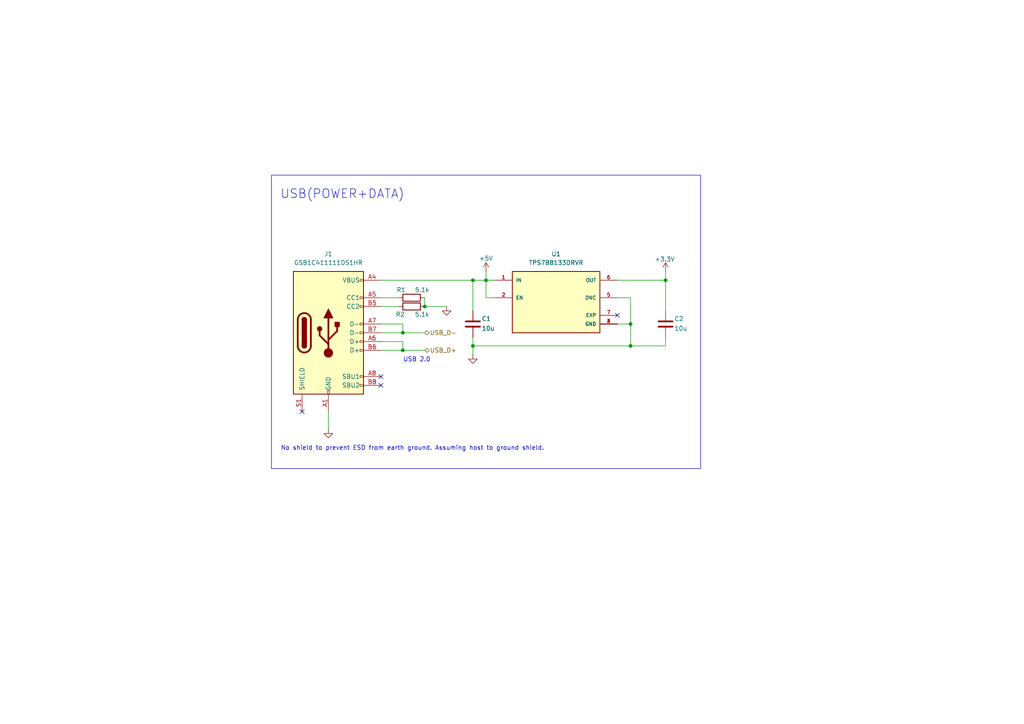
<source format=kicad_sch>
(kicad_sch (version 20231120) (generator "eeschema") (generator_version "8.0")
  (paper "A4")
  (title_block (title "Keyboard based on STM32L0xx") (date "2024-04-28") (rev "0.1") (company "https://github.com/Challmymind"))
  (lib_symbols
    (symbol "Connector:USB_C_Receptacle_USB2.0_16P" (pin_names (offset 1.016))
      (property "Reference" "J1" (at 0 22.86 0))
      (property "Value" "GSB1C211110DS1HR " (at 0 20.32 0))
      (symbol "USB_C_Receptacle_USB2.0_16P_0_0"
        (rectangle (start -0.254 -17.78) (end 0.254 -16.764))
        (rectangle (start 10.16 -14.986) (end 9.144 -15.494))
        (rectangle (start 10.16 -12.446) (end 9.144 -12.954))
        (rectangle (start 10.16 -4.826) (end 9.144 -5.334))
        (rectangle (start 10.16 -2.286) (end 9.144 -2.794))
        (rectangle (start 10.16 0.254) (end 9.144 -0.254))
        (rectangle (start 10.16 2.794) (end 9.144 2.286))
        (rectangle (start 10.16 7.874) (end 9.144 7.366))
        (rectangle (start 10.16 10.414) (end 9.144 9.906))
        (rectangle (start 10.16 15.494) (end 9.144 14.986))
      )
      (symbol "USB_C_Receptacle_USB2.0_16P_0_1"
        (rectangle (start -10.16 17.78) (end 10.16 -17.78) (stroke (width 0.254)) (fill (type background)))
        (arc (start -8.89 -3.81) (mid -6.985 -5.7067) (end -5.08 -3.81) (stroke (width 0.508)))
        (arc (start -7.62 -3.81) (mid -6.985 -4.4423) (end -6.35 -3.81) (stroke (width 0.254)))
        (arc (start -7.62 -3.81) (mid -6.985 -4.4423) (end -6.35 -3.81) (stroke (width 0.254)) (fill (type outline)))
        (rectangle (start -7.62 -3.81) (end -6.35 3.81) (stroke (width 0.254)) (fill (type outline)))
        (arc (start -6.35 3.81) (mid -6.985 4.4423) (end -7.62 3.81) (stroke (width 0.254)))
        (arc (start -6.35 3.81) (mid -6.985 4.4423) (end -7.62 3.81) (stroke (width 0.254)) (fill (type outline)))
        (arc (start -5.08 3.81) (mid -6.985 5.7067) (end -8.89 3.81) (stroke (width 0.508)))
        (circle (center -2.54 1.143) (radius 0.635) (stroke (width 0.254)) (fill (type outline)))
        (circle (center 0 -5.842) (radius 1.27) (fill (type outline)))
        (polyline (pts (xy -8.89 -3.81) (xy -8.89 3.81)) (stroke (width 0.508)))
        (polyline (pts (xy -5.08 3.81) (xy -5.08 -3.81)) (stroke (width 0.508)))
        (polyline (pts (xy 0 -5.842) (xy 0 4.318)) (stroke (width 0.508)))
        (polyline (pts (xy 0 -3.302) (xy -2.54 -0.762) (xy -2.54 0.508)) (stroke (width 0.508)))
        (polyline (pts (xy 0 -2.032) (xy 2.54 0.508) (xy 2.54 1.778)) (stroke (width 0.508)))
        (polyline (pts (xy -1.27 4.318) (xy 0 6.858) (xy 1.27 4.318) (xy -1.27 4.318)) (stroke (width 0.254)) (fill (type outline)))
        (rectangle (start 1.905 1.778) (end 3.175 3.048) (stroke (width 0.254)) (fill (type outline)))
      )
      (symbol "USB_C_Receptacle_USB2.0_16P_1_1"
        (pin passive line (at 0 -22.86 90) (length 5.08) (name "GND") (number "A1"))
        (pin passive line (at 0 -22.86 90) (length 5.08) hide (name "GND") (number "A12"))
        (pin power_out line (at 15.24 15.24 180) (length 5.08) (name "VBUS") (number "A4"))
        (pin bidirectional line (at 15.24 10.16 180) (length 5.08) (name "CC1") (number "A5"))
        (pin bidirectional line (at 15.24 -2.54 180) (length 5.08) (name "D+") (number "A6"))
        (pin bidirectional line (at 15.24 2.54 180) (length 5.08) (name "D-") (number "A7"))
        (pin bidirectional line (at 15.24 -12.7 180) (length 5.08) (name "SBU1") (number "A8"))
        (pin passive line (at 15.24 15.24 180) (length 5.08) hide (name "VBUS") (number "A9"))
        (pin passive line (at 0 -22.86 90) (length 5.08) hide (name "GND") (number "B1"))
        (pin passive line (at 0 -22.86 90) (length 5.08) hide (name "GND") (number "B12"))
        (pin passive line (at 15.24 15.24 180) (length 5.08) hide (name "VBUS") (number "B4"))
        (pin bidirectional line (at 15.24 7.62 180) (length 5.08) (name "CC2") (number "B5"))
        (pin bidirectional line (at 15.24 -5.08 180) (length 5.08) (name "D+") (number "B6"))
        (pin bidirectional line (at 15.24 0 180) (length 5.08) (name "D-") (number "B7"))
        (pin bidirectional line (at 15.24 -15.24 180) (length 5.08) (name "SBU2") (number "B8"))
        (pin passive line (at 15.24 15.24 180) (length 5.08) hide (name "VBUS") (number "B9"))
        (pin passive line (at -7.62 -22.86 90) (length 5.08) (name "SHIELD") (number "S1"))
      )
    )
    (symbol "Device:C" (pin_numbers hide) (pin_names (offset 0.254))
      (property "Reference" "C" (at 0.635 2.54 0))
      (property "Value" "C" (at 0.635 -2.54 0))
      (symbol "C_0_1"
        (polyline (pts (xy -2.032 -0.762) (xy 2.032 -0.762)) (stroke (width 0.508)))
        (polyline (pts (xy -2.032 0.762) (xy 2.032 0.762)) (stroke (width 0.508)))
      )
      (symbol "C_1_1"
        (pin passive line (at 0 3.81 270) (length 2.794) (name "~") (number "1"))
        (pin passive line (at 0 -3.81 90) (length 2.794) (name "~") (number "2"))
      )
    )
    (symbol "Device:R" (pin_numbers hide) (pin_names (offset 0))
      (property "Reference" "R" (at 2.032 0 90))
      (property "Value" "R" (at 0 0 90))
      (symbol "R_0_1"
        (rectangle (start -1.016 -2.54) (end 1.016 2.54) (stroke (width 0.254)))
      )
      (symbol "R_1_1"
        (pin passive line (at 0 3.81 270) (length 1.27) (name "~") (number "1"))
        (pin passive line (at 0 -3.81 90) (length 1.27) (name "~") (number "2"))
      )
    )
    (symbol "TPS7B8133DRVR_1" (pin_names (offset 1.016))
      (property "Reference" "U" (at -12.7 8.62 0))
      (property "Value" "TPS7B8133DRVR" (at -12.7 -12.7 0))
      (symbol "TPS7B8133DRVR_1_0_0"
        (rectangle (start -12.7 -10.16) (end 12.7 7.62) (stroke (width 0.254)) (fill (type background)))
        (pin input line (at -17.78 0 0) (length 5.08) (name "EN") (number "2"))
        (pin power_in line (at 17.78 -7.62 180) (length 5.08) (name "GND") (number "3"))
        (pin power_in line (at 17.78 -7.62 180) (length 5.08) (name "GND") (number "4"))
        (pin passive line (at 17.78 0 180) (length 5.08) (name "DNC") (number "5"))
        (pin power_in line (at 17.78 -5.08 180) (length 5.08) (name "EXP") (number "7"))
      )
      (symbol "TPS7B8133DRVR_1_1_0"
        (pin power_in line (at -17.78 5.08 0) (length 5.08) (name "IN") (number "1"))
        (pin power_out line (at 17.78 5.08 180) (length 5.08) (name "OUT") (number "6"))
      )
    )
    (symbol "power:+3.3V" (power) (pin_numbers hide) (pin_names (offset 0) hide)
      (property "Value" "+3.3V" (at 0 3.556 0))
      (symbol "+3.3V_0_1"
        (polyline (pts (xy -0.762 1.27) (xy 0 2.54)))
        (polyline (pts (xy 0 0) (xy 0 2.54)))
        (polyline (pts (xy 0 2.54) (xy 0.762 1.27)))
      )
      (symbol "+3.3V_1_1"
        (pin power_in line (at 0 0 90) (length 0) (name "~") (number "1"))
      )
    )
    (symbol "power:+5V" (power) (pin_numbers hide) (pin_names (offset 0) hide)
      (property "Value" "+5V" (at 0 3.556 0))
      (symbol "+5V_0_1"
        (polyline (pts (xy -0.762 1.27) (xy 0 2.54)))
        (polyline (pts (xy 0 0) (xy 0 2.54)))
        (polyline (pts (xy 0 2.54) (xy 0.762 1.27)))
      )
      (symbol "+5V_1_1"
        (pin power_in line (at 0 0 90) (length 0) (name "~") (number "1"))
      )
    )
    (symbol "power:GND" (power) (pin_numbers hide) (pin_names (offset 0) hide)
      (property "Value" "GND" (at 0 -3.81 0))
      (symbol "GND_0_1"
        (polyline (pts (xy 0 0) (xy 0 -1.27) (xy 1.27 -1.27) (xy 0 -2.54) (xy -1.27 -1.27) (xy 0 -1.27)))
      )
      (symbol "GND_1_1"
        (pin power_in line (at 0 0 270) (length 0) (name "~") (number "1"))
      )
    )
  )
  (junction (at 193.04 81.28))
  (junction (at 182.88 100.33))
  (junction (at 137.16 81.28))
  (junction (at 140.97 81.28))
  (junction (at 137.16 100.33))
  (junction (at 116.84 96.52))
  (junction (at 123.19 88.9))
  (junction (at 182.88 93.98))
  (junction (at 116.84 101.6))
  (no_connect (at 110.49 109.22))
  (no_connect (at 110.49 111.76))
  (no_connect (at 87.63 119.38))
  (no_connect (at 179.07 91.44))
  (wire (pts (xy 143.51 86.36) (xy 140.97 86.36)))
  (wire (pts (xy 110.49 99.06) (xy 116.84 99.06)))
  (wire (pts (xy 193.04 100.33) (xy 193.04 97.79)))
  (wire (pts (xy 116.84 101.6) (xy 123.19 101.6)))
  (wire (pts (xy 140.97 86.36) (xy 140.97 81.28)))
  (wire (pts (xy 182.88 93.98) (xy 179.07 93.98)))
  (wire (pts (xy 116.84 101.6) (xy 110.49 101.6)))
  (wire (pts (xy 137.16 97.79) (xy 137.16 100.33)))
  (wire (pts (xy 179.07 81.28) (xy 193.04 81.28)))
  (wire (pts (xy 123.19 88.9) (xy 129.54 88.9)))
  (wire (pts (xy 182.88 100.33) (xy 193.04 100.33)))
  (wire (pts (xy 110.49 96.52) (xy 116.84 96.52)))
  (wire (pts (xy 137.16 100.33) (xy 182.88 100.33)))
  (wire (pts (xy 182.88 86.36) (xy 182.88 93.98)))
  (wire (pts (xy 137.16 81.28) (xy 137.16 90.17)))
  (wire (pts (xy 193.04 78.74) (xy 193.04 81.28)))
  (wire (pts (xy 116.84 99.06) (xy 116.84 101.6)))
  (wire (pts (xy 110.49 88.9) (xy 115.57 88.9)))
  (wire (pts (xy 182.88 86.36) (xy 179.07 86.36)))
  (wire (pts (xy 116.84 96.52) (xy 123.19 96.52)))
  (wire (pts (xy 116.84 93.98) (xy 116.84 96.52)))
  (wire (pts (xy 123.19 86.36) (xy 123.19 88.9)))
  (wire (pts (xy 110.49 93.98) (xy 116.84 93.98)))
  (wire (pts (xy 140.97 81.28) (xy 143.51 81.28)))
  (wire (pts (xy 137.16 100.33) (xy 137.16 102.87)))
  (wire (pts (xy 110.49 86.36) (xy 115.57 86.36)))
  (wire (pts (xy 182.88 93.98) (xy 182.88 100.33)))
  (wire (pts (xy 193.04 90.17) (xy 193.04 81.28)))
  (wire (pts (xy 140.97 78.74) (xy 140.97 81.28)))
  (wire (pts (xy 137.16 81.28) (xy 140.97 81.28)))
  (wire (pts (xy 110.49 81.28) (xy 137.16 81.28)))
  (wire (pts (xy 95.25 119.38) (xy 95.25 124.46)))
  (rectangle (start 78.74 50.8) (end 203.2 135.89))
  (text "USB(POWER+DATA)" (at 99.314 56.388 0) (effects (font (size 2.54 2.54))))
  (text "USB 2.0" (at 120.904 104.394 0) (effects (font (size 1.27 1.27))))
  (text "No shield to prevent ESD from earth ground. Assuming host to ground shield." (at 119.634 130.048 0) (effects (font (size 1.27 1.27))))
  (hierarchical_label "USB_D+" (shape bidirectional) (at 123.19 101.6 0))
  (hierarchical_label "USB_D-" (shape bidirectional) (at 123.19 96.52 0))
  (symbol (lib_id "Device:C") (at 137.16 93.98 0) (unit 1)
    (property "Reference" "C1" (at 139.7 92.456 0) (effects (justify left)))
    (property "Value" "10u" (at 139.7 95.25 0) (effects (justify left)))
    (property "Footprint" "Capacitor_SMD:C_0603_1608Metric" (effects (hide yes)))
    (property "Datasheet" "MEASJ105CB5106MF1A01" (effects (hide yes)))
    (property "Description" "Unpolarized capacitor" (effects (hide yes)))
  )
  (symbol (lib_id "power:GND") (at 95.25 124.46 0) (unit 1)
    (property "Reference" "#PWR0115" (effects (hide yes)))
    (property "Value" "GND" (effects (hide yes)))
    (property "Description" "Power symbol creates a global label with name \"GND\" , ground" (effects (hide yes)))
  )
  (symbol (lib_name "TPS7B8133DRVR_1") (lib_id "TPS7B8133DRVR:TPS7B8133DRVR") (at 161.29 86.36 0) (unit 1)
    (property "Reference" "U1" (at 161.29 73.66 0))
    (property "Value" "TPS7B8133DRVR" (at 161.29 76.2 0))
    (property "Footprint" "TPS7B8133DRVR:SON65P200X200X80-7N" (effects (hide yes)))
    (property "MF" "Texas Instruments" (effects (hide yes)))
    (property "MAXIMUM_PACKAGE_HEIGHT" "0.8 mm" (effects (hide yes)))
    (property "Package" "WSON-6 Texas Instruments" (effects (hide yes)))
    (property "Price" "None" (effects (hide yes)))
    (property "Check_prices" "https://www.snapeda.com/parts/TPS7B8133DRVR/Texas+Instruments/view-part/?ref=eda" (effects (hide yes)))
    (property "STANDARD" "IPC 7351B" (effects (hide yes)))
    (property "PARTREV" "April 2020" (effects (hide yes)))
    (property "SnapEDA_Link" "https://www.snapeda.com/parts/TPS7B8133DRVR/Texas+Instruments/view-part/?ref=snap" (effects (hide yes)))
    (property "MP" "TPS7B8133DRVR" (effects (hide yes)))
    (property "Description_1" "\n150-mA, off-battery (40-V), ultra-low-IQ, low-dropout (LDO) voltage regulator with enable\n" (effects (hide yes)))
    (property "Availability" "In Stock" (effects (hide yes)))
    (property "MANUFACTURER" "Texas Instruments" (effects (hide yes)))
  )
  (symbol (lib_id "Device:C") (at 193.04 93.98 0) (unit 1)
    (property "Reference" "C2" (at 195.58 92.456 0) (effects (justify left)))
    (property "Value" "10u" (at 195.58 95.25 0) (effects (justify left)))
    (property "Footprint" "Capacitor_SMD:C_0603_1608Metric" (effects (hide yes)))
    (property "Datasheet" "MEASJ105CB5106MF1A01" (effects (hide yes)))
    (property "Description" "Unpolarized capacitor" (effects (hide yes)))
  )
  (symbol (lib_id "power:GND") (at 129.54 88.9 0) (unit 1)
    (property "Reference" "#PWR0117" (effects (hide yes)))
    (property "Value" "GND" (effects (hide yes)))
    (property "Description" "Power symbol creates a global label with name \"GND\" , ground" (effects (hide yes)))
  )
  (symbol (lib_id "Device:R") (at 119.38 88.9 90) (unit 1)
    (property "Reference" "R2" (at 116.078 91.186 90))
    (property "Value" "5.1k" (at 122.428 91.186 90))
    (property "Footprint" "Resistor_SMD:R_0402_1005Metric" (effects (hide yes)))
    (property "Datasheet" " 560112120019 " (effects (hide yes)))
    (property "Description" "Resistor" (effects (hide yes)))
  )
  (symbol (lib_id "Device:R") (at 119.38 86.36 90) (unit 1)
    (property "Reference" "R1" (at 116.332 84.074 90))
    (property "Value" "5.1k" (at 122.428 84.074 90))
    (property "Footprint" "Resistor_SMD:R_0402_1005Metric" (effects (hide yes)))
    (property "Datasheet" " 560112120019 " (effects (hide yes)))
    (property "Description" "Resistor" (effects (hide yes)))
  )
  (symbol (lib_id "power:+3.3V") (at 193.04 78.74 0) (unit 1)
    (property "Reference" "#PWR0119" (effects (hide yes)))
    (property "Value" "+3.3V" (at 192.786 75.184 0))
    (property "Description" "Power symbol creates a global label with name \"+3.3V\"" (effects (hide yes)))
  )
  (symbol (lib_id "power:GND") (at 137.16 102.87 0) (unit 1)
    (property "Reference" "#PWR0118" (effects (hide yes)))
    (property "Value" "GND" (effects (hide yes)))
    (property "Description" "Power symbol creates a global label with name \"GND\" , ground" (effects (hide yes)))
  )
  (symbol (lib_id "power:+5V") (at 140.97 78.74 0) (unit 1)
    (property "Reference" "#PWR0116" (effects (hide yes)))
    (property "Value" "+5V" (at 140.97 74.93 0))
    (property "Description" "Power symbol creates a global label with name \"+5V\"" (effects (hide yes)))
  )
  (symbol (lib_id "Connector:USB_C_Receptacle_USB2.0_16P") (at 95.25 96.52 0) (unit 1)
    (property "Reference" "J1" (at 95.25 73.66 0))
    (property "Value" "GSB1C411111DS1HR" (at 95.25 76.2 0))
    (property "Footprint" "usb_personal:AMPHENOL_GSB1C411111DS1HR" (effects (hide yes)))
    (property "Datasheet" "https://www.usb.org/sites/default/files/documents/usb_type-c.zip" (effects (hide yes)))
  )
)
</source>
